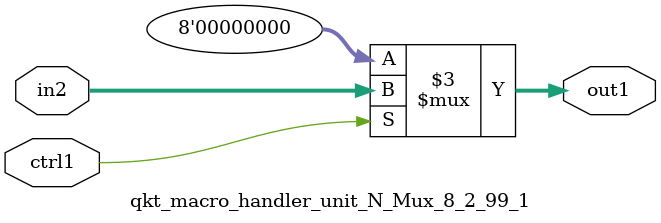
<source format=v>

`timescale 1ps / 1ps


module qkt_macro_handler_unit_N_Mux_8_2_99_1( in2, ctrl1, out1 );

    input [7:0] in2;
    input ctrl1;
    output [7:0] out1;
    reg [7:0] out1;

    
    // rtl_process:qkt_macro_handler_unit_N_Mux_8_2_99_1/qkt_macro_handler_unit_N_Mux_8_2_99_1_thread_1
    always @*
      begin : qkt_macro_handler_unit_N_Mux_8_2_99_1_thread_1
        case (ctrl1) 
          1'b1: 
            begin
              out1 = in2;
            end
          default: 
            begin
              out1 = 8'd000;
            end
        endcase
      end

endmodule


</source>
